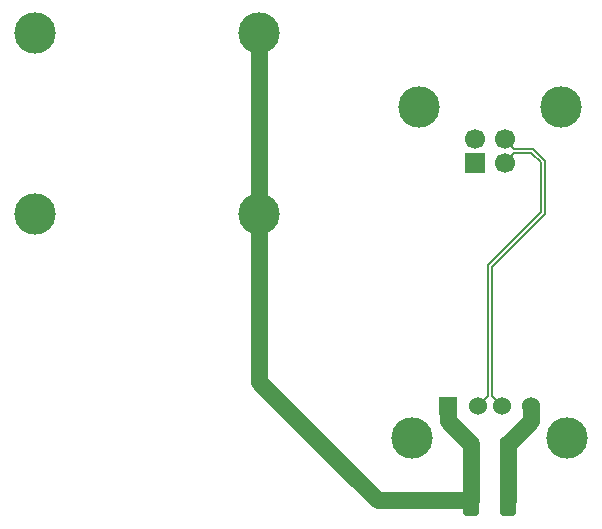
<source format=gbl>
%TF.GenerationSoftware,KiCad,Pcbnew,(6.0.6)*%
%TF.CreationDate,2022-07-25T19:50:51+03:00*%
%TF.ProjectId,USB_Power_Injector_V1.0,5553425f-506f-4776-9572-5f496e6a6563,rev?*%
%TF.SameCoordinates,PX70ea928PY7952f5c*%
%TF.FileFunction,Copper,L4,Bot*%
%TF.FilePolarity,Positive*%
%FSLAX46Y46*%
G04 Gerber Fmt 4.6, Leading zero omitted, Abs format (unit mm)*
G04 Created by KiCad (PCBNEW (6.0.6)) date 2022-07-25 19:50:51*
%MOMM*%
%LPD*%
G01*
G04 APERTURE LIST*
G04 Aperture macros list*
%AMRoundRect*
0 Rectangle with rounded corners*
0 $1 Rounding radius*
0 $2 $3 $4 $5 $6 $7 $8 $9 X,Y pos of 4 corners*
0 Add a 4 corners polygon primitive as box body*
4,1,4,$2,$3,$4,$5,$6,$7,$8,$9,$2,$3,0*
0 Add four circle primitives for the rounded corners*
1,1,$1+$1,$2,$3*
1,1,$1+$1,$4,$5*
1,1,$1+$1,$6,$7*
1,1,$1+$1,$8,$9*
0 Add four rect primitives between the rounded corners*
20,1,$1+$1,$2,$3,$4,$5,0*
20,1,$1+$1,$4,$5,$6,$7,0*
20,1,$1+$1,$6,$7,$8,$9,0*
20,1,$1+$1,$8,$9,$2,$3,0*%
G04 Aperture macros list end*
%TA.AperFunction,SMDPad,CuDef*%
%ADD10RoundRect,0.250000X-0.412500X-1.100000X0.412500X-1.100000X0.412500X1.100000X-0.412500X1.100000X0*%
%TD*%
%TA.AperFunction,ComponentPad*%
%ADD11R,1.524000X1.524000*%
%TD*%
%TA.AperFunction,ComponentPad*%
%ADD12C,1.524000*%
%TD*%
%TA.AperFunction,ComponentPad*%
%ADD13C,3.500000*%
%TD*%
%TA.AperFunction,ComponentPad*%
%ADD14R,1.700000X1.700000*%
%TD*%
%TA.AperFunction,ComponentPad*%
%ADD15C,1.700000*%
%TD*%
%TA.AperFunction,Conductor*%
%ADD16C,1.400000*%
%TD*%
%TA.AperFunction,Conductor*%
%ADD17C,0.127000*%
%TD*%
G04 APERTURE END LIST*
D10*
%TO.P,C2,1*%
%TO.N,/USB_POWER*%
X49687500Y0D03*
%TO.P,C2,2*%
%TO.N,GND*%
X52812500Y0D03*
%TD*%
D11*
%TO.P,J4,1,VBUS*%
%TO.N,/USB_POWER*%
X47750000Y8000000D03*
D12*
%TO.P,J4,2,D-*%
%TO.N,/D_N*%
X50250000Y8000000D03*
%TO.P,J4,3,D+*%
%TO.N,/D_P*%
X52250000Y8000000D03*
%TO.P,J4,4,GND*%
%TO.N,GND*%
X54750000Y8000000D03*
D13*
%TO.P,J4,5,Shield*%
X57820000Y5290000D03*
X44680000Y5290000D03*
%TD*%
%TO.P,J2,1,Pin_1*%
%TO.N,GND*%
X12750000Y24250000D03*
X12750000Y39550000D03*
%TD*%
D14*
%TO.P,J3,1,VBUS*%
%TO.N,unconnected-(J3-Pad1)*%
X50000000Y28600000D03*
D15*
%TO.P,J3,2,D-*%
%TO.N,/D_N*%
X52500000Y28600000D03*
%TO.P,J3,3,D+*%
%TO.N,/D_P*%
X52500000Y30600000D03*
%TO.P,J3,4,GND*%
%TO.N,GND*%
X50000000Y30600000D03*
D13*
%TO.P,J3,5,Shield*%
X45230000Y33310000D03*
X57270000Y33310000D03*
%TD*%
%TO.P,J1,1,Pin_1*%
%TO.N,/USB_POWER*%
X31750000Y24250000D03*
X31750000Y39550000D03*
%TD*%
D10*
%TO.P,C1,1*%
%TO.N,/USB_POWER*%
X49687500Y4000000D03*
%TO.P,C1,2*%
%TO.N,GND*%
X52812500Y4000000D03*
%TD*%
D16*
%TO.N,/USB_POWER*%
X47750000Y6750000D02*
X47750000Y8000000D01*
X49687500Y4000000D02*
X49687500Y4812500D01*
X49687500Y4812500D02*
X47750000Y6750000D01*
X49687500Y0D02*
X49687500Y4000000D01*
X49687500Y0D02*
X41750000Y0D01*
X41750000Y0D02*
X40000000Y1750000D01*
%TO.N,GND*%
X52812500Y4000000D02*
X52812500Y0D01*
%TO.N,/USB_POWER*%
X31750000Y24250000D02*
X31750000Y10000000D01*
X31750000Y10000000D02*
X40000000Y1750000D01*
X31750000Y24250000D02*
X31750000Y39550000D01*
%TO.N,GND*%
X54750000Y6750000D02*
X52812500Y4812500D01*
X52812500Y4812500D02*
X52812500Y4000000D01*
X54750000Y8000000D02*
X54750000Y6750000D01*
D17*
%TO.N,/D_P*%
X55913500Y28767724D02*
X55913500Y24282276D01*
X55913500Y24282276D02*
X51413500Y19782276D01*
X53336500Y29763500D02*
X54917724Y29763500D01*
X54917724Y29763500D02*
X55913500Y28767724D01*
X52500000Y30600000D02*
X53336500Y29763500D01*
X51413500Y8836500D02*
X52250000Y8000000D01*
X51413500Y19782276D02*
X51413500Y8836500D01*
%TO.N,/D_N*%
X54782276Y29436500D02*
X55586500Y28632276D01*
X55586500Y28632276D02*
X55586500Y24417724D01*
X55586500Y24417724D02*
X51086500Y19917724D01*
X52500000Y28600000D02*
X53336500Y29436500D01*
X51086500Y8836500D02*
X50250000Y8000000D01*
X53336500Y29436500D02*
X54782276Y29436500D01*
X51086500Y19917724D02*
X51086500Y8836500D01*
%TD*%
M02*

</source>
